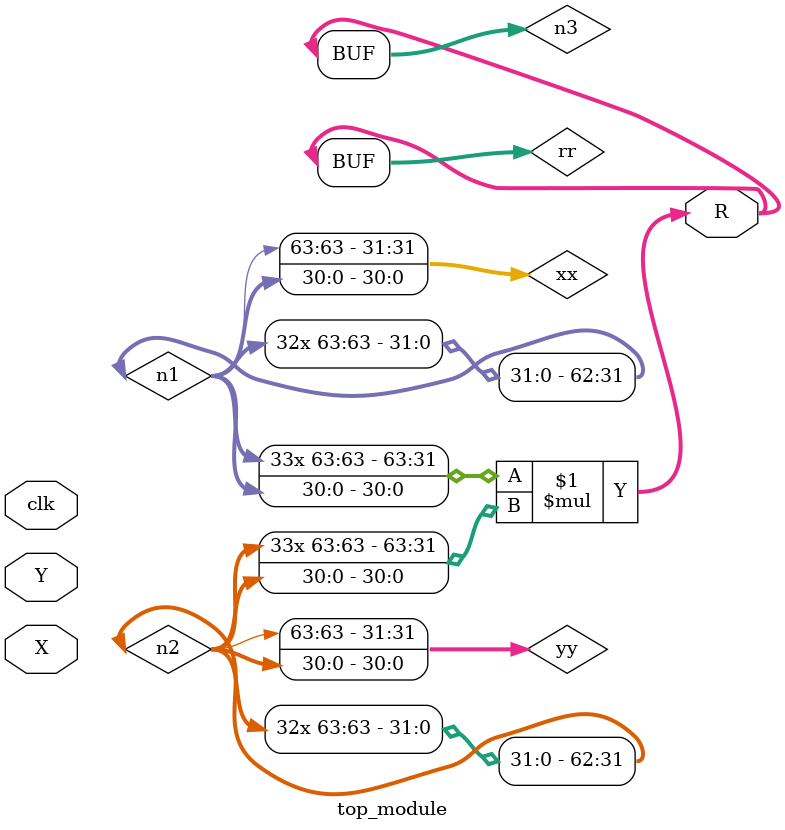
<source format=v>
module top_module
  (input  clk,
   input  [31:0] X,
   input  [31:0] Y,
   output [63:0] R);
  wire [31:0] xx;
  wire [31:0] yy;
  wire [63:0] rr;
  wire [63:0] n1;
  wire [63:0] n2;
  wire [63:0] n3;
  assign R = rr; //(module output)
  /* mult32.vhdl:40:8  */
  assign rr = n3; // (signal)
  /* mult32.vhdl:47:12  */
  assign n1 = {{32{xx[31]}}, xx}; // sext
  /* mult32.vhdl:47:12  */
  assign n2 = {{32{yy[31]}}, yy}; // sext
  /* mult32.vhdl:47:12  */
  assign n3 = $signed(n1) * $signed(n2); // smul
endmodule


</source>
